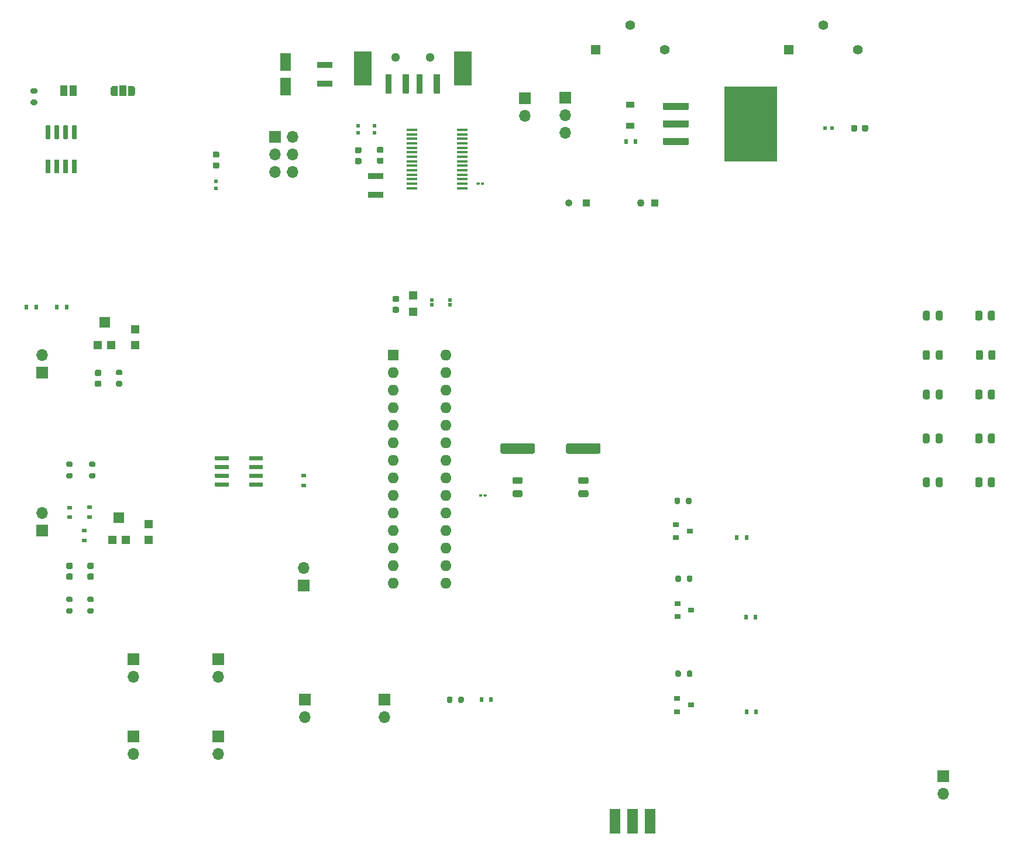
<source format=gts>
G04 #@! TF.GenerationSoftware,KiCad,Pcbnew,(5.1.12-1-10_14)*
G04 #@! TF.CreationDate,2021-12-30T10:25:41+00:00*
G04 #@! TF.ProjectId,TICAF_v1,54494341-465f-4763-912e-6b696361645f,rev?*
G04 #@! TF.SameCoordinates,Original*
G04 #@! TF.FileFunction,Soldermask,Top*
G04 #@! TF.FilePolarity,Negative*
%FSLAX46Y46*%
G04 Gerber Fmt 4.6, Leading zero omitted, Abs format (unit mm)*
G04 Created by KiCad (PCBNEW (5.1.12-1-10_14)) date 2021-12-30 10:25:41*
%MOMM*%
%LPD*%
G01*
G04 APERTURE LIST*
%ADD10R,0.600000X0.700000*%
%ADD11R,0.900000X0.800000*%
%ADD12O,1.700000X1.700000*%
%ADD13R,1.700000X1.700000*%
%ADD14R,0.550000X0.550000*%
%ADD15R,1.500000X0.400000*%
%ADD16R,7.620000X10.840000*%
%ADD17O,1.600000X1.600000*%
%ADD18R,1.600000X1.600000*%
%ADD19R,1.150000X1.150000*%
%ADD20R,1.600000X1.500000*%
%ADD21R,1.200000X1.200000*%
%ADD22R,0.500000X0.475000*%
%ADD23R,0.475000X0.500000*%
%ADD24R,1.000000X1.500000*%
%ADD25C,0.100000*%
%ADD26R,1.524000X3.524000*%
%ADD27C,1.408000*%
%ADD28R,1.408000X1.408000*%
%ADD29R,2.500000X5.000000*%
%ADD30C,1.300000*%
%ADD31R,0.700000X0.600000*%
%ADD32R,1.200000X0.850000*%
%ADD33R,2.300000X0.900000*%
%ADD34R,1.600000X2.500000*%
%ADD35C,1.100000*%
%ADD36R,1.100000X1.100000*%
%ADD37C,1.050000*%
%ADD38R,1.050000X1.050000*%
G04 APERTURE END LIST*
D10*
X113400000Y-47200000D03*
X114800000Y-47200000D03*
D11*
X122620000Y-103600000D03*
X120620000Y-104550000D03*
X120620000Y-102650000D03*
X122810000Y-128770000D03*
X120810000Y-129720000D03*
X120810000Y-127820000D03*
X122850000Y-115010000D03*
X120850000Y-115960000D03*
X120850000Y-114060000D03*
D12*
X78450000Y-130530000D03*
D13*
X78450000Y-127990000D03*
D12*
X42120000Y-135850000D03*
D13*
X42120000Y-133310000D03*
D12*
X66910000Y-130480000D03*
D13*
X66910000Y-127940000D03*
D12*
X54430000Y-135830000D03*
D13*
X54430000Y-133290000D03*
D12*
X54430000Y-124650000D03*
D13*
X54430000Y-122110000D03*
D12*
X42110000Y-124640000D03*
D13*
X42110000Y-122100000D03*
D12*
X66750000Y-108890000D03*
D13*
X66750000Y-111430000D03*
D14*
X87931000Y-70855500D03*
X87931000Y-70105500D03*
X85281000Y-70855500D03*
X85281000Y-70105500D03*
G36*
G01*
X104734000Y-92098600D02*
X104734000Y-91162400D01*
G75*
G02*
X105020900Y-90875500I286900J0D01*
G01*
X109457100Y-90875500D01*
G75*
G02*
X109744000Y-91162400I0J-286900D01*
G01*
X109744000Y-92098600D01*
G75*
G02*
X109457100Y-92385500I-286900J0D01*
G01*
X105020900Y-92385500D01*
G75*
G02*
X104734000Y-92098600I0J286900D01*
G01*
G37*
G36*
G01*
X95234000Y-92098600D02*
X95234000Y-91162400D01*
G75*
G02*
X95520900Y-90875500I286900J0D01*
G01*
X99957100Y-90875500D01*
G75*
G02*
X100244000Y-91162400I0J-286900D01*
G01*
X100244000Y-92098600D01*
G75*
G02*
X99957100Y-92385500I-286900J0D01*
G01*
X95520900Y-92385500D01*
G75*
G02*
X95234000Y-92098600I0J286900D01*
G01*
G37*
G36*
G01*
X58889000Y-93285500D02*
X58889000Y-92769500D01*
G75*
G02*
X58931000Y-92727500I42000J0D01*
G01*
X60817000Y-92727500D01*
G75*
G02*
X60859000Y-92769500I0J-42000D01*
G01*
X60859000Y-93285500D01*
G75*
G02*
X60817000Y-93327500I-42000J0D01*
G01*
X58931000Y-93327500D01*
G75*
G02*
X58889000Y-93285500I0J42000D01*
G01*
G37*
G36*
G01*
X58889000Y-94555500D02*
X58889000Y-94039500D01*
G75*
G02*
X58931000Y-93997500I42000J0D01*
G01*
X60817000Y-93997500D01*
G75*
G02*
X60859000Y-94039500I0J-42000D01*
G01*
X60859000Y-94555500D01*
G75*
G02*
X60817000Y-94597500I-42000J0D01*
G01*
X58931000Y-94597500D01*
G75*
G02*
X58889000Y-94555500I0J42000D01*
G01*
G37*
G36*
G01*
X58889000Y-95825500D02*
X58889000Y-95309500D01*
G75*
G02*
X58931000Y-95267500I42000J0D01*
G01*
X60817000Y-95267500D01*
G75*
G02*
X60859000Y-95309500I0J-42000D01*
G01*
X60859000Y-95825500D01*
G75*
G02*
X60817000Y-95867500I-42000J0D01*
G01*
X58931000Y-95867500D01*
G75*
G02*
X58889000Y-95825500I0J42000D01*
G01*
G37*
G36*
G01*
X58889000Y-97095500D02*
X58889000Y-96579500D01*
G75*
G02*
X58931000Y-96537500I42000J0D01*
G01*
X60817000Y-96537500D01*
G75*
G02*
X60859000Y-96579500I0J-42000D01*
G01*
X60859000Y-97095500D01*
G75*
G02*
X60817000Y-97137500I-42000J0D01*
G01*
X58931000Y-97137500D01*
G75*
G02*
X58889000Y-97095500I0J42000D01*
G01*
G37*
G36*
G01*
X53949000Y-97095500D02*
X53949000Y-96579500D01*
G75*
G02*
X53991000Y-96537500I42000J0D01*
G01*
X55877000Y-96537500D01*
G75*
G02*
X55919000Y-96579500I0J-42000D01*
G01*
X55919000Y-97095500D01*
G75*
G02*
X55877000Y-97137500I-42000J0D01*
G01*
X53991000Y-97137500D01*
G75*
G02*
X53949000Y-97095500I0J42000D01*
G01*
G37*
G36*
G01*
X53949000Y-95825500D02*
X53949000Y-95309500D01*
G75*
G02*
X53991000Y-95267500I42000J0D01*
G01*
X55877000Y-95267500D01*
G75*
G02*
X55919000Y-95309500I0J-42000D01*
G01*
X55919000Y-95825500D01*
G75*
G02*
X55877000Y-95867500I-42000J0D01*
G01*
X53991000Y-95867500D01*
G75*
G02*
X53949000Y-95825500I0J42000D01*
G01*
G37*
G36*
G01*
X53949000Y-94555500D02*
X53949000Y-94039500D01*
G75*
G02*
X53991000Y-93997500I42000J0D01*
G01*
X55877000Y-93997500D01*
G75*
G02*
X55919000Y-94039500I0J-42000D01*
G01*
X55919000Y-94555500D01*
G75*
G02*
X55877000Y-94597500I-42000J0D01*
G01*
X53991000Y-94597500D01*
G75*
G02*
X53949000Y-94555500I0J42000D01*
G01*
G37*
G36*
G01*
X53949000Y-93285500D02*
X53949000Y-92769500D01*
G75*
G02*
X53991000Y-92727500I42000J0D01*
G01*
X55877000Y-92727500D01*
G75*
G02*
X55919000Y-92769500I0J-42000D01*
G01*
X55919000Y-93285500D01*
G75*
G02*
X55877000Y-93327500I-42000J0D01*
G01*
X53991000Y-93327500D01*
G75*
G02*
X53949000Y-93285500I0J42000D01*
G01*
G37*
G36*
G01*
X33333500Y-49808500D02*
X33849500Y-49808500D01*
G75*
G02*
X33891500Y-49850500I0J-42000D01*
G01*
X33891500Y-51736500D01*
G75*
G02*
X33849500Y-51778500I-42000J0D01*
G01*
X33333500Y-51778500D01*
G75*
G02*
X33291500Y-51736500I0J42000D01*
G01*
X33291500Y-49850500D01*
G75*
G02*
X33333500Y-49808500I42000J0D01*
G01*
G37*
G36*
G01*
X32063500Y-49808500D02*
X32579500Y-49808500D01*
G75*
G02*
X32621500Y-49850500I0J-42000D01*
G01*
X32621500Y-51736500D01*
G75*
G02*
X32579500Y-51778500I-42000J0D01*
G01*
X32063500Y-51778500D01*
G75*
G02*
X32021500Y-51736500I0J42000D01*
G01*
X32021500Y-49850500D01*
G75*
G02*
X32063500Y-49808500I42000J0D01*
G01*
G37*
G36*
G01*
X30793500Y-49808500D02*
X31309500Y-49808500D01*
G75*
G02*
X31351500Y-49850500I0J-42000D01*
G01*
X31351500Y-51736500D01*
G75*
G02*
X31309500Y-51778500I-42000J0D01*
G01*
X30793500Y-51778500D01*
G75*
G02*
X30751500Y-51736500I0J42000D01*
G01*
X30751500Y-49850500D01*
G75*
G02*
X30793500Y-49808500I42000J0D01*
G01*
G37*
G36*
G01*
X29523500Y-49808500D02*
X30039500Y-49808500D01*
G75*
G02*
X30081500Y-49850500I0J-42000D01*
G01*
X30081500Y-51736500D01*
G75*
G02*
X30039500Y-51778500I-42000J0D01*
G01*
X29523500Y-51778500D01*
G75*
G02*
X29481500Y-51736500I0J42000D01*
G01*
X29481500Y-49850500D01*
G75*
G02*
X29523500Y-49808500I42000J0D01*
G01*
G37*
G36*
G01*
X29523500Y-44868500D02*
X30039500Y-44868500D01*
G75*
G02*
X30081500Y-44910500I0J-42000D01*
G01*
X30081500Y-46796500D01*
G75*
G02*
X30039500Y-46838500I-42000J0D01*
G01*
X29523500Y-46838500D01*
G75*
G02*
X29481500Y-46796500I0J42000D01*
G01*
X29481500Y-44910500D01*
G75*
G02*
X29523500Y-44868500I42000J0D01*
G01*
G37*
G36*
G01*
X30793500Y-44868500D02*
X31309500Y-44868500D01*
G75*
G02*
X31351500Y-44910500I0J-42000D01*
G01*
X31351500Y-46796500D01*
G75*
G02*
X31309500Y-46838500I-42000J0D01*
G01*
X30793500Y-46838500D01*
G75*
G02*
X30751500Y-46796500I0J42000D01*
G01*
X30751500Y-44910500D01*
G75*
G02*
X30793500Y-44868500I42000J0D01*
G01*
G37*
G36*
G01*
X32063500Y-44868500D02*
X32579500Y-44868500D01*
G75*
G02*
X32621500Y-44910500I0J-42000D01*
G01*
X32621500Y-46796500D01*
G75*
G02*
X32579500Y-46838500I-42000J0D01*
G01*
X32063500Y-46838500D01*
G75*
G02*
X32021500Y-46796500I0J42000D01*
G01*
X32021500Y-44910500D01*
G75*
G02*
X32063500Y-44868500I42000J0D01*
G01*
G37*
G36*
G01*
X33333500Y-44868500D02*
X33849500Y-44868500D01*
G75*
G02*
X33891500Y-44910500I0J-42000D01*
G01*
X33891500Y-46796500D01*
G75*
G02*
X33849500Y-46838500I-42000J0D01*
G01*
X33333500Y-46838500D01*
G75*
G02*
X33291500Y-46796500I0J42000D01*
G01*
X33291500Y-44910500D01*
G75*
G02*
X33333500Y-44868500I42000J0D01*
G01*
G37*
D15*
X82481000Y-53945500D03*
X82481000Y-53295500D03*
X82481000Y-52645500D03*
X82481000Y-51995500D03*
X82481000Y-51345500D03*
X82481000Y-50695500D03*
X82481000Y-50045500D03*
X82481000Y-49395500D03*
X82481000Y-48745500D03*
X82481000Y-48095500D03*
X82481000Y-47445500D03*
X82481000Y-46795500D03*
X82481000Y-46145500D03*
X82481000Y-45495500D03*
X89731000Y-45495500D03*
X89731000Y-46145500D03*
X89731000Y-46795500D03*
X89731000Y-47445500D03*
X89731000Y-48095500D03*
X89731000Y-48745500D03*
X89731000Y-49395500D03*
X89731000Y-50045500D03*
X89731000Y-50695500D03*
X89731000Y-51345500D03*
X89731000Y-51995500D03*
X89731000Y-52645500D03*
X89731000Y-53295500D03*
X89731000Y-53945500D03*
D16*
X131505400Y-44640500D03*
G36*
G01*
X118730400Y-47556700D02*
X118730400Y-46804300D01*
G75*
G02*
X118849200Y-46685500I118800J0D01*
G01*
X122401600Y-46685500D01*
G75*
G02*
X122520400Y-46804300I0J-118800D01*
G01*
X122520400Y-47556700D01*
G75*
G02*
X122401600Y-47675500I-118800J0D01*
G01*
X118849200Y-47675500D01*
G75*
G02*
X118730400Y-47556700I0J118800D01*
G01*
G37*
G36*
G01*
X118730400Y-45016700D02*
X118730400Y-44264300D01*
G75*
G02*
X118849200Y-44145500I118800J0D01*
G01*
X122401600Y-44145500D01*
G75*
G02*
X122520400Y-44264300I0J-118800D01*
G01*
X122520400Y-45016700D01*
G75*
G02*
X122401600Y-45135500I-118800J0D01*
G01*
X118849200Y-45135500D01*
G75*
G02*
X118730400Y-45016700I0J118800D01*
G01*
G37*
G36*
G01*
X118730400Y-42476700D02*
X118730400Y-41724300D01*
G75*
G02*
X118849200Y-41605500I118800J0D01*
G01*
X122401600Y-41605500D01*
G75*
G02*
X122520400Y-41724300I0J-118800D01*
G01*
X122520400Y-42476700D01*
G75*
G02*
X122401600Y-42595500I-118800J0D01*
G01*
X118849200Y-42595500D01*
G75*
G02*
X118730400Y-42476700I0J118800D01*
G01*
G37*
D17*
X87366000Y-78130500D03*
X79746000Y-111150500D03*
X87366000Y-80670500D03*
X79746000Y-108610500D03*
X87366000Y-83210500D03*
X79746000Y-106070500D03*
X87366000Y-85750500D03*
X79746000Y-103530500D03*
X87366000Y-88290500D03*
X79746000Y-100990500D03*
X87366000Y-90830500D03*
X79746000Y-98450500D03*
X87366000Y-93370500D03*
X79746000Y-95910500D03*
X87366000Y-95910500D03*
X79746000Y-93370500D03*
X87366000Y-98450500D03*
X79746000Y-90830500D03*
X87366000Y-100990500D03*
X79746000Y-88290500D03*
X87366000Y-103530500D03*
X79746000Y-85750500D03*
X87366000Y-106070500D03*
X79746000Y-83210500D03*
X87366000Y-108610500D03*
X79746000Y-80670500D03*
X87366000Y-111150500D03*
D18*
X79746000Y-78130500D03*
D12*
X28956000Y-100965000D03*
D13*
X28956000Y-103505000D03*
G36*
G01*
X27474500Y-41128000D02*
X28024500Y-41128000D01*
G75*
G02*
X28224500Y-41328000I0J-200000D01*
G01*
X28224500Y-41728000D01*
G75*
G02*
X28024500Y-41928000I-200000J0D01*
G01*
X27474500Y-41928000D01*
G75*
G02*
X27274500Y-41728000I0J200000D01*
G01*
X27274500Y-41328000D01*
G75*
G02*
X27474500Y-41128000I200000J0D01*
G01*
G37*
G36*
G01*
X27474500Y-39478000D02*
X28024500Y-39478000D01*
G75*
G02*
X28224500Y-39678000I0J-200000D01*
G01*
X28224500Y-40078000D01*
G75*
G02*
X28024500Y-40278000I-200000J0D01*
G01*
X27474500Y-40278000D01*
G75*
G02*
X27274500Y-40078000I0J200000D01*
G01*
X27274500Y-39678000D01*
G75*
G02*
X27474500Y-39478000I200000J0D01*
G01*
G37*
G36*
G01*
X122090000Y-99485000D02*
X122090000Y-98935000D01*
G75*
G02*
X122290000Y-98735000I200000J0D01*
G01*
X122690000Y-98735000D01*
G75*
G02*
X122890000Y-98935000I0J-200000D01*
G01*
X122890000Y-99485000D01*
G75*
G02*
X122690000Y-99685000I-200000J0D01*
G01*
X122290000Y-99685000D01*
G75*
G02*
X122090000Y-99485000I0J200000D01*
G01*
G37*
G36*
G01*
X120440000Y-99485000D02*
X120440000Y-98935000D01*
G75*
G02*
X120640000Y-98735000I200000J0D01*
G01*
X121040000Y-98735000D01*
G75*
G02*
X121240000Y-98935000I0J-200000D01*
G01*
X121240000Y-99485000D01*
G75*
G02*
X121040000Y-99685000I-200000J0D01*
G01*
X120640000Y-99685000D01*
G75*
G02*
X120440000Y-99485000I0J200000D01*
G01*
G37*
G36*
G01*
X89140000Y-128265000D02*
X89140000Y-127715000D01*
G75*
G02*
X89340000Y-127515000I200000J0D01*
G01*
X89740000Y-127515000D01*
G75*
G02*
X89940000Y-127715000I0J-200000D01*
G01*
X89940000Y-128265000D01*
G75*
G02*
X89740000Y-128465000I-200000J0D01*
G01*
X89340000Y-128465000D01*
G75*
G02*
X89140000Y-128265000I0J200000D01*
G01*
G37*
G36*
G01*
X87490000Y-128265000D02*
X87490000Y-127715000D01*
G75*
G02*
X87690000Y-127515000I200000J0D01*
G01*
X88090000Y-127515000D01*
G75*
G02*
X88290000Y-127715000I0J-200000D01*
G01*
X88290000Y-128265000D01*
G75*
G02*
X88090000Y-128465000I-200000J0D01*
G01*
X87690000Y-128465000D01*
G75*
G02*
X87490000Y-128265000I0J200000D01*
G01*
G37*
G36*
G01*
X122220000Y-110745000D02*
X122220000Y-110195000D01*
G75*
G02*
X122420000Y-109995000I200000J0D01*
G01*
X122820000Y-109995000D01*
G75*
G02*
X123020000Y-110195000I0J-200000D01*
G01*
X123020000Y-110745000D01*
G75*
G02*
X122820000Y-110945000I-200000J0D01*
G01*
X122420000Y-110945000D01*
G75*
G02*
X122220000Y-110745000I0J200000D01*
G01*
G37*
G36*
G01*
X120570000Y-110745000D02*
X120570000Y-110195000D01*
G75*
G02*
X120770000Y-109995000I200000J0D01*
G01*
X121170000Y-109995000D01*
G75*
G02*
X121370000Y-110195000I0J-200000D01*
G01*
X121370000Y-110745000D01*
G75*
G02*
X121170000Y-110945000I-200000J0D01*
G01*
X120770000Y-110945000D01*
G75*
G02*
X120570000Y-110745000I0J200000D01*
G01*
G37*
G36*
G01*
X122200000Y-124505000D02*
X122200000Y-123955000D01*
G75*
G02*
X122400000Y-123755000I200000J0D01*
G01*
X122800000Y-123755000D01*
G75*
G02*
X123000000Y-123955000I0J-200000D01*
G01*
X123000000Y-124505000D01*
G75*
G02*
X122800000Y-124705000I-200000J0D01*
G01*
X122400000Y-124705000D01*
G75*
G02*
X122200000Y-124505000I0J200000D01*
G01*
G37*
G36*
G01*
X120550000Y-124505000D02*
X120550000Y-123955000D01*
G75*
G02*
X120750000Y-123755000I200000J0D01*
G01*
X121150000Y-123755000D01*
G75*
G02*
X121350000Y-123955000I0J-200000D01*
G01*
X121350000Y-124505000D01*
G75*
G02*
X121150000Y-124705000I-200000J0D01*
G01*
X120750000Y-124705000D01*
G75*
G02*
X120550000Y-124505000I0J200000D01*
G01*
G37*
D19*
X42418000Y-76708000D03*
X42418000Y-74358000D03*
D20*
X37957000Y-73394500D03*
D21*
X38957000Y-76644500D03*
X36957000Y-76644500D03*
G36*
G01*
X40343500Y-81020500D02*
X39793500Y-81020500D01*
G75*
G02*
X39593500Y-80820500I0J200000D01*
G01*
X39593500Y-80420500D01*
G75*
G02*
X39793500Y-80220500I200000J0D01*
G01*
X40343500Y-80220500D01*
G75*
G02*
X40543500Y-80420500I0J-200000D01*
G01*
X40543500Y-80820500D01*
G75*
G02*
X40343500Y-81020500I-200000J0D01*
G01*
G37*
G36*
G01*
X40343500Y-82670500D02*
X39793500Y-82670500D01*
G75*
G02*
X39593500Y-82470500I0J200000D01*
G01*
X39593500Y-82070500D01*
G75*
G02*
X39793500Y-81870500I200000J0D01*
G01*
X40343500Y-81870500D01*
G75*
G02*
X40543500Y-82070500I0J-200000D01*
G01*
X40543500Y-82470500D01*
G75*
G02*
X40343500Y-82670500I-200000J0D01*
G01*
G37*
G36*
G01*
X32618000Y-114724500D02*
X33168000Y-114724500D01*
G75*
G02*
X33368000Y-114924500I0J-200000D01*
G01*
X33368000Y-115324500D01*
G75*
G02*
X33168000Y-115524500I-200000J0D01*
G01*
X32618000Y-115524500D01*
G75*
G02*
X32418000Y-115324500I0J200000D01*
G01*
X32418000Y-114924500D01*
G75*
G02*
X32618000Y-114724500I200000J0D01*
G01*
G37*
G36*
G01*
X32618000Y-113074500D02*
X33168000Y-113074500D01*
G75*
G02*
X33368000Y-113274500I0J-200000D01*
G01*
X33368000Y-113674500D01*
G75*
G02*
X33168000Y-113874500I-200000J0D01*
G01*
X32618000Y-113874500D01*
G75*
G02*
X32418000Y-113674500I0J200000D01*
G01*
X32418000Y-113274500D01*
G75*
G02*
X32618000Y-113074500I200000J0D01*
G01*
G37*
D19*
X44323000Y-104902000D03*
X44323000Y-102552000D03*
G36*
G01*
X35666000Y-114725500D02*
X36216000Y-114725500D01*
G75*
G02*
X36416000Y-114925500I0J-200000D01*
G01*
X36416000Y-115325500D01*
G75*
G02*
X36216000Y-115525500I-200000J0D01*
G01*
X35666000Y-115525500D01*
G75*
G02*
X35466000Y-115325500I0J200000D01*
G01*
X35466000Y-114925500D01*
G75*
G02*
X35666000Y-114725500I200000J0D01*
G01*
G37*
G36*
G01*
X35666000Y-113075500D02*
X36216000Y-113075500D01*
G75*
G02*
X36416000Y-113275500I0J-200000D01*
G01*
X36416000Y-113675500D01*
G75*
G02*
X36216000Y-113875500I-200000J0D01*
G01*
X35666000Y-113875500D01*
G75*
G02*
X35466000Y-113675500I0J200000D01*
G01*
X35466000Y-113275500D01*
G75*
G02*
X35666000Y-113075500I200000J0D01*
G01*
G37*
G36*
G01*
X33168000Y-94317500D02*
X32618000Y-94317500D01*
G75*
G02*
X32418000Y-94117500I0J200000D01*
G01*
X32418000Y-93717500D01*
G75*
G02*
X32618000Y-93517500I200000J0D01*
G01*
X33168000Y-93517500D01*
G75*
G02*
X33368000Y-93717500I0J-200000D01*
G01*
X33368000Y-94117500D01*
G75*
G02*
X33168000Y-94317500I-200000J0D01*
G01*
G37*
G36*
G01*
X33168000Y-95967500D02*
X32618000Y-95967500D01*
G75*
G02*
X32418000Y-95767500I0J200000D01*
G01*
X32418000Y-95367500D01*
G75*
G02*
X32618000Y-95167500I200000J0D01*
G01*
X33168000Y-95167500D01*
G75*
G02*
X33368000Y-95367500I0J-200000D01*
G01*
X33368000Y-95767500D01*
G75*
G02*
X33168000Y-95967500I-200000J0D01*
G01*
G37*
G36*
G01*
X36470000Y-94316500D02*
X35920000Y-94316500D01*
G75*
G02*
X35720000Y-94116500I0J200000D01*
G01*
X35720000Y-93716500D01*
G75*
G02*
X35920000Y-93516500I200000J0D01*
G01*
X36470000Y-93516500D01*
G75*
G02*
X36670000Y-93716500I0J-200000D01*
G01*
X36670000Y-94116500D01*
G75*
G02*
X36470000Y-94316500I-200000J0D01*
G01*
G37*
G36*
G01*
X36470000Y-95966500D02*
X35920000Y-95966500D01*
G75*
G02*
X35720000Y-95766500I0J200000D01*
G01*
X35720000Y-95366500D01*
G75*
G02*
X35920000Y-95166500I200000J0D01*
G01*
X36470000Y-95166500D01*
G75*
G02*
X36670000Y-95366500I0J-200000D01*
G01*
X36670000Y-95766500D01*
G75*
G02*
X36470000Y-95966500I-200000J0D01*
G01*
G37*
D20*
X40052500Y-101652000D03*
D21*
X41052500Y-104902000D03*
X39052500Y-104902000D03*
G36*
G01*
X164977500Y-96069998D02*
X164977500Y-96970002D01*
G75*
G02*
X164727502Y-97220000I-249998J0D01*
G01*
X164202498Y-97220000D01*
G75*
G02*
X163952500Y-96970002I0J249998D01*
G01*
X163952500Y-96069998D01*
G75*
G02*
X164202498Y-95820000I249998J0D01*
G01*
X164727502Y-95820000D01*
G75*
G02*
X164977500Y-96069998I0J-249998D01*
G01*
G37*
G36*
G01*
X166802500Y-96069998D02*
X166802500Y-96970002D01*
G75*
G02*
X166552502Y-97220000I-249998J0D01*
G01*
X166027498Y-97220000D01*
G75*
G02*
X165777500Y-96970002I0J249998D01*
G01*
X165777500Y-96069998D01*
G75*
G02*
X166027498Y-95820000I249998J0D01*
G01*
X166552502Y-95820000D01*
G75*
G02*
X166802500Y-96069998I0J-249998D01*
G01*
G37*
G36*
G01*
X164977500Y-89719998D02*
X164977500Y-90620002D01*
G75*
G02*
X164727502Y-90870000I-249998J0D01*
G01*
X164202498Y-90870000D01*
G75*
G02*
X163952500Y-90620002I0J249998D01*
G01*
X163952500Y-89719998D01*
G75*
G02*
X164202498Y-89470000I249998J0D01*
G01*
X164727502Y-89470000D01*
G75*
G02*
X164977500Y-89719998I0J-249998D01*
G01*
G37*
G36*
G01*
X166802500Y-89719998D02*
X166802500Y-90620002D01*
G75*
G02*
X166552502Y-90870000I-249998J0D01*
G01*
X166027498Y-90870000D01*
G75*
G02*
X165777500Y-90620002I0J249998D01*
G01*
X165777500Y-89719998D01*
G75*
G02*
X166027498Y-89470000I249998J0D01*
G01*
X166552502Y-89470000D01*
G75*
G02*
X166802500Y-89719998I0J-249998D01*
G01*
G37*
G36*
G01*
X164977500Y-83369998D02*
X164977500Y-84270002D01*
G75*
G02*
X164727502Y-84520000I-249998J0D01*
G01*
X164202498Y-84520000D01*
G75*
G02*
X163952500Y-84270002I0J249998D01*
G01*
X163952500Y-83369998D01*
G75*
G02*
X164202498Y-83120000I249998J0D01*
G01*
X164727502Y-83120000D01*
G75*
G02*
X164977500Y-83369998I0J-249998D01*
G01*
G37*
G36*
G01*
X166802500Y-83369998D02*
X166802500Y-84270002D01*
G75*
G02*
X166552502Y-84520000I-249998J0D01*
G01*
X166027498Y-84520000D01*
G75*
G02*
X165777500Y-84270002I0J249998D01*
G01*
X165777500Y-83369998D01*
G75*
G02*
X166027498Y-83120000I249998J0D01*
G01*
X166552502Y-83120000D01*
G75*
G02*
X166802500Y-83369998I0J-249998D01*
G01*
G37*
G36*
G01*
X165057500Y-77654998D02*
X165057500Y-78555002D01*
G75*
G02*
X164807502Y-78805000I-249998J0D01*
G01*
X164282498Y-78805000D01*
G75*
G02*
X164032500Y-78555002I0J249998D01*
G01*
X164032500Y-77654998D01*
G75*
G02*
X164282498Y-77405000I249998J0D01*
G01*
X164807502Y-77405000D01*
G75*
G02*
X165057500Y-77654998I0J-249998D01*
G01*
G37*
G36*
G01*
X166882500Y-77654998D02*
X166882500Y-78555002D01*
G75*
G02*
X166632502Y-78805000I-249998J0D01*
G01*
X166107498Y-78805000D01*
G75*
G02*
X165857500Y-78555002I0J249998D01*
G01*
X165857500Y-77654998D01*
G75*
G02*
X166107498Y-77405000I249998J0D01*
G01*
X166632502Y-77405000D01*
G75*
G02*
X166882500Y-77654998I0J-249998D01*
G01*
G37*
G36*
G01*
X164977500Y-71939998D02*
X164977500Y-72840002D01*
G75*
G02*
X164727502Y-73090000I-249998J0D01*
G01*
X164202498Y-73090000D01*
G75*
G02*
X163952500Y-72840002I0J249998D01*
G01*
X163952500Y-71939998D01*
G75*
G02*
X164202498Y-71690000I249998J0D01*
G01*
X164727502Y-71690000D01*
G75*
G02*
X164977500Y-71939998I0J-249998D01*
G01*
G37*
G36*
G01*
X166802500Y-71939998D02*
X166802500Y-72840002D01*
G75*
G02*
X166552502Y-73090000I-249998J0D01*
G01*
X166027498Y-73090000D01*
G75*
G02*
X165777500Y-72840002I0J249998D01*
G01*
X165777500Y-71939998D01*
G75*
G02*
X166027498Y-71690000I249998J0D01*
G01*
X166552502Y-71690000D01*
G75*
G02*
X166802500Y-71939998I0J-249998D01*
G01*
G37*
D22*
X54102000Y-53979000D03*
X54102000Y-52955000D03*
X74676000Y-45910500D03*
X74676000Y-44886500D03*
X77050900Y-44928600D03*
X77050900Y-45952600D03*
D23*
X143256000Y-45275500D03*
X142232000Y-45275500D03*
D19*
X82606000Y-71830500D03*
X82606000Y-69480500D03*
D12*
X159290000Y-141590000D03*
D13*
X159290000Y-139050000D03*
D24*
X40610000Y-39878000D03*
D25*
G36*
X39310000Y-40627398D02*
G01*
X39285466Y-40627398D01*
X39236635Y-40622588D01*
X39188510Y-40613016D01*
X39141555Y-40598772D01*
X39096222Y-40579995D01*
X39052949Y-40556864D01*
X39012150Y-40529604D01*
X38974221Y-40498476D01*
X38939524Y-40463779D01*
X38908396Y-40425850D01*
X38881136Y-40385051D01*
X38858005Y-40341778D01*
X38839228Y-40296445D01*
X38824984Y-40249490D01*
X38815412Y-40201365D01*
X38810602Y-40152534D01*
X38810602Y-40128000D01*
X38810000Y-40128000D01*
X38810000Y-39628000D01*
X38810602Y-39628000D01*
X38810602Y-39603466D01*
X38815412Y-39554635D01*
X38824984Y-39506510D01*
X38839228Y-39459555D01*
X38858005Y-39414222D01*
X38881136Y-39370949D01*
X38908396Y-39330150D01*
X38939524Y-39292221D01*
X38974221Y-39257524D01*
X39012150Y-39226396D01*
X39052949Y-39199136D01*
X39096222Y-39176005D01*
X39141555Y-39157228D01*
X39188510Y-39142984D01*
X39236635Y-39133412D01*
X39285466Y-39128602D01*
X39310000Y-39128602D01*
X39310000Y-39128000D01*
X39860000Y-39128000D01*
X39860000Y-40628000D01*
X39310000Y-40628000D01*
X39310000Y-40627398D01*
G37*
G36*
X41360000Y-39128000D02*
G01*
X41910000Y-39128000D01*
X41910000Y-39128602D01*
X41934534Y-39128602D01*
X41983365Y-39133412D01*
X42031490Y-39142984D01*
X42078445Y-39157228D01*
X42123778Y-39176005D01*
X42167051Y-39199136D01*
X42207850Y-39226396D01*
X42245779Y-39257524D01*
X42280476Y-39292221D01*
X42311604Y-39330150D01*
X42338864Y-39370949D01*
X42361995Y-39414222D01*
X42380772Y-39459555D01*
X42395016Y-39506510D01*
X42404588Y-39554635D01*
X42409398Y-39603466D01*
X42409398Y-39628000D01*
X42410000Y-39628000D01*
X42410000Y-40128000D01*
X42409398Y-40128000D01*
X42409398Y-40152534D01*
X42404588Y-40201365D01*
X42395016Y-40249490D01*
X42380772Y-40296445D01*
X42361995Y-40341778D01*
X42338864Y-40385051D01*
X42311604Y-40425850D01*
X42280476Y-40463779D01*
X42245779Y-40498476D01*
X42207850Y-40529604D01*
X42167051Y-40556864D01*
X42123778Y-40579995D01*
X42078445Y-40598772D01*
X42031490Y-40613016D01*
X41983365Y-40622588D01*
X41934534Y-40627398D01*
X41910000Y-40627398D01*
X41910000Y-40628000D01*
X41360000Y-40628000D01*
X41360000Y-39128000D01*
G37*
D24*
X33401000Y-39878000D03*
X32101000Y-39878000D03*
D26*
X116880000Y-145620000D03*
X114340000Y-145620000D03*
X111800000Y-145620000D03*
D27*
X146986000Y-33940500D03*
X141986000Y-30340500D03*
D28*
X136986000Y-33940500D03*
D27*
X119046000Y-33940500D03*
X114046000Y-30340500D03*
D28*
X109046000Y-33940500D03*
D12*
X65151000Y-51625500D03*
X62611000Y-51625500D03*
X65151000Y-49085500D03*
X62611000Y-49085500D03*
X65151000Y-46545500D03*
D13*
X62611000Y-46545500D03*
D12*
X98806000Y-43484800D03*
D13*
X98806000Y-40944800D03*
D29*
X75300000Y-36588500D03*
X89800000Y-36588500D03*
G36*
G01*
X82000000Y-37492500D02*
X82000000Y-40184500D01*
G75*
G02*
X81946000Y-40238500I-54000J0D01*
G01*
X81154000Y-40238500D01*
G75*
G02*
X81100000Y-40184500I0J54000D01*
G01*
X81100000Y-37492500D01*
G75*
G02*
X81154000Y-37438500I54000J0D01*
G01*
X81946000Y-37438500D01*
G75*
G02*
X82000000Y-37492500I0J-54000D01*
G01*
G37*
G36*
G01*
X86500000Y-37492500D02*
X86500000Y-40184500D01*
G75*
G02*
X86446000Y-40238500I-54000J0D01*
G01*
X85654000Y-40238500D01*
G75*
G02*
X85600000Y-40184500I0J54000D01*
G01*
X85600000Y-37492500D01*
G75*
G02*
X85654000Y-37438500I54000J0D01*
G01*
X86446000Y-37438500D01*
G75*
G02*
X86500000Y-37492500I0J-54000D01*
G01*
G37*
G36*
G01*
X84000000Y-37492500D02*
X84000000Y-40184500D01*
G75*
G02*
X83946000Y-40238500I-54000J0D01*
G01*
X83154000Y-40238500D01*
G75*
G02*
X83100000Y-40184500I0J54000D01*
G01*
X83100000Y-37492500D01*
G75*
G02*
X83154000Y-37438500I54000J0D01*
G01*
X83946000Y-37438500D01*
G75*
G02*
X84000000Y-37492500I0J-54000D01*
G01*
G37*
G36*
G01*
X79500000Y-37492500D02*
X79500000Y-40184500D01*
G75*
G02*
X79446000Y-40238500I-54000J0D01*
G01*
X78654000Y-40238500D01*
G75*
G02*
X78600000Y-40184500I0J54000D01*
G01*
X78600000Y-37492500D01*
G75*
G02*
X78654000Y-37438500I54000J0D01*
G01*
X79446000Y-37438500D01*
G75*
G02*
X79500000Y-37492500I0J-54000D01*
G01*
G37*
D30*
X80050000Y-34988500D03*
X85050000Y-34988500D03*
D12*
X104584500Y-45910500D03*
X104584500Y-43370500D03*
D13*
X104584500Y-40830500D03*
D10*
X130860000Y-104550000D03*
X129460000Y-104550000D03*
D31*
X66802000Y-96967500D03*
X66802000Y-95567500D03*
D10*
X92500000Y-127990000D03*
X93900000Y-127990000D03*
X132270000Y-129720000D03*
X130870000Y-129720000D03*
X132160000Y-116000000D03*
X130760000Y-116000000D03*
X32451500Y-71185000D03*
X31051500Y-71185000D03*
X26667000Y-71183500D03*
X28067000Y-71183500D03*
D31*
X35814000Y-100139500D03*
X35814000Y-101539500D03*
X35052000Y-104905000D03*
X35052000Y-103505000D03*
X32893000Y-100200000D03*
X32893000Y-101600000D03*
G36*
G01*
X157362500Y-96063750D02*
X157362500Y-96976250D01*
G75*
G02*
X157118750Y-97220000I-243750J0D01*
G01*
X156631250Y-97220000D01*
G75*
G02*
X156387500Y-96976250I0J243750D01*
G01*
X156387500Y-96063750D01*
G75*
G02*
X156631250Y-95820000I243750J0D01*
G01*
X157118750Y-95820000D01*
G75*
G02*
X157362500Y-96063750I0J-243750D01*
G01*
G37*
G36*
G01*
X159237500Y-96063750D02*
X159237500Y-96976250D01*
G75*
G02*
X158993750Y-97220000I-243750J0D01*
G01*
X158506250Y-97220000D01*
G75*
G02*
X158262500Y-96976250I0J243750D01*
G01*
X158262500Y-96063750D01*
G75*
G02*
X158506250Y-95820000I243750J0D01*
G01*
X158993750Y-95820000D01*
G75*
G02*
X159237500Y-96063750I0J-243750D01*
G01*
G37*
G36*
G01*
X157332500Y-89713750D02*
X157332500Y-90626250D01*
G75*
G02*
X157088750Y-90870000I-243750J0D01*
G01*
X156601250Y-90870000D01*
G75*
G02*
X156357500Y-90626250I0J243750D01*
G01*
X156357500Y-89713750D01*
G75*
G02*
X156601250Y-89470000I243750J0D01*
G01*
X157088750Y-89470000D01*
G75*
G02*
X157332500Y-89713750I0J-243750D01*
G01*
G37*
G36*
G01*
X159207500Y-89713750D02*
X159207500Y-90626250D01*
G75*
G02*
X158963750Y-90870000I-243750J0D01*
G01*
X158476250Y-90870000D01*
G75*
G02*
X158232500Y-90626250I0J243750D01*
G01*
X158232500Y-89713750D01*
G75*
G02*
X158476250Y-89470000I243750J0D01*
G01*
X158963750Y-89470000D01*
G75*
G02*
X159207500Y-89713750I0J-243750D01*
G01*
G37*
G36*
G01*
X157362500Y-83363750D02*
X157362500Y-84276250D01*
G75*
G02*
X157118750Y-84520000I-243750J0D01*
G01*
X156631250Y-84520000D01*
G75*
G02*
X156387500Y-84276250I0J243750D01*
G01*
X156387500Y-83363750D01*
G75*
G02*
X156631250Y-83120000I243750J0D01*
G01*
X157118750Y-83120000D01*
G75*
G02*
X157362500Y-83363750I0J-243750D01*
G01*
G37*
G36*
G01*
X159237500Y-83363750D02*
X159237500Y-84276250D01*
G75*
G02*
X158993750Y-84520000I-243750J0D01*
G01*
X158506250Y-84520000D01*
G75*
G02*
X158262500Y-84276250I0J243750D01*
G01*
X158262500Y-83363750D01*
G75*
G02*
X158506250Y-83120000I243750J0D01*
G01*
X158993750Y-83120000D01*
G75*
G02*
X159237500Y-83363750I0J-243750D01*
G01*
G37*
G36*
G01*
X157362500Y-77648750D02*
X157362500Y-78561250D01*
G75*
G02*
X157118750Y-78805000I-243750J0D01*
G01*
X156631250Y-78805000D01*
G75*
G02*
X156387500Y-78561250I0J243750D01*
G01*
X156387500Y-77648750D01*
G75*
G02*
X156631250Y-77405000I243750J0D01*
G01*
X157118750Y-77405000D01*
G75*
G02*
X157362500Y-77648750I0J-243750D01*
G01*
G37*
G36*
G01*
X159237500Y-77648750D02*
X159237500Y-78561250D01*
G75*
G02*
X158993750Y-78805000I-243750J0D01*
G01*
X158506250Y-78805000D01*
G75*
G02*
X158262500Y-78561250I0J243750D01*
G01*
X158262500Y-77648750D01*
G75*
G02*
X158506250Y-77405000I243750J0D01*
G01*
X158993750Y-77405000D01*
G75*
G02*
X159237500Y-77648750I0J-243750D01*
G01*
G37*
G36*
G01*
X157362500Y-71933750D02*
X157362500Y-72846250D01*
G75*
G02*
X157118750Y-73090000I-243750J0D01*
G01*
X156631250Y-73090000D01*
G75*
G02*
X156387500Y-72846250I0J243750D01*
G01*
X156387500Y-71933750D01*
G75*
G02*
X156631250Y-71690000I243750J0D01*
G01*
X157118750Y-71690000D01*
G75*
G02*
X157362500Y-71933750I0J-243750D01*
G01*
G37*
G36*
G01*
X159237500Y-71933750D02*
X159237500Y-72846250D01*
G75*
G02*
X158993750Y-73090000I-243750J0D01*
G01*
X158506250Y-73090000D01*
G75*
G02*
X158262500Y-72846250I0J243750D01*
G01*
X158262500Y-71933750D01*
G75*
G02*
X158506250Y-71690000I243750J0D01*
G01*
X158993750Y-71690000D01*
G75*
G02*
X159237500Y-71933750I0J-243750D01*
G01*
G37*
G36*
G01*
X54358250Y-49523000D02*
X53845750Y-49523000D01*
G75*
G02*
X53627000Y-49304250I0J218750D01*
G01*
X53627000Y-48866750D01*
G75*
G02*
X53845750Y-48648000I218750J0D01*
G01*
X54358250Y-48648000D01*
G75*
G02*
X54577000Y-48866750I0J-218750D01*
G01*
X54577000Y-49304250D01*
G75*
G02*
X54358250Y-49523000I-218750J0D01*
G01*
G37*
G36*
G01*
X54358250Y-51098000D02*
X53845750Y-51098000D01*
G75*
G02*
X53627000Y-50879250I0J218750D01*
G01*
X53627000Y-50441750D01*
G75*
G02*
X53845750Y-50223000I218750J0D01*
G01*
X54358250Y-50223000D01*
G75*
G02*
X54577000Y-50441750I0J-218750D01*
G01*
X54577000Y-50879250D01*
G75*
G02*
X54358250Y-51098000I-218750J0D01*
G01*
G37*
G36*
G01*
X80362250Y-70418000D02*
X79849750Y-70418000D01*
G75*
G02*
X79631000Y-70199250I0J218750D01*
G01*
X79631000Y-69761750D01*
G75*
G02*
X79849750Y-69543000I218750J0D01*
G01*
X80362250Y-69543000D01*
G75*
G02*
X80581000Y-69761750I0J-218750D01*
G01*
X80581000Y-70199250D01*
G75*
G02*
X80362250Y-70418000I-218750J0D01*
G01*
G37*
G36*
G01*
X80362250Y-71993000D02*
X79849750Y-71993000D01*
G75*
G02*
X79631000Y-71774250I0J218750D01*
G01*
X79631000Y-71336750D01*
G75*
G02*
X79849750Y-71118000I218750J0D01*
G01*
X80362250Y-71118000D01*
G75*
G02*
X80581000Y-71336750I0J-218750D01*
G01*
X80581000Y-71774250D01*
G75*
G02*
X80362250Y-71993000I-218750J0D01*
G01*
G37*
G36*
G01*
X74932250Y-48888000D02*
X74419750Y-48888000D01*
G75*
G02*
X74201000Y-48669250I0J218750D01*
G01*
X74201000Y-48231750D01*
G75*
G02*
X74419750Y-48013000I218750J0D01*
G01*
X74932250Y-48013000D01*
G75*
G02*
X75151000Y-48231750I0J-218750D01*
G01*
X75151000Y-48669250D01*
G75*
G02*
X74932250Y-48888000I-218750J0D01*
G01*
G37*
G36*
G01*
X74932250Y-50463000D02*
X74419750Y-50463000D01*
G75*
G02*
X74201000Y-50244250I0J218750D01*
G01*
X74201000Y-49806750D01*
G75*
G02*
X74419750Y-49588000I218750J0D01*
G01*
X74932250Y-49588000D01*
G75*
G02*
X75151000Y-49806750I0J-218750D01*
G01*
X75151000Y-50244250D01*
G75*
G02*
X74932250Y-50463000I-218750J0D01*
G01*
G37*
G36*
G01*
X78107250Y-48837100D02*
X77594750Y-48837100D01*
G75*
G02*
X77376000Y-48618350I0J218750D01*
G01*
X77376000Y-48180850D01*
G75*
G02*
X77594750Y-47962100I218750J0D01*
G01*
X78107250Y-47962100D01*
G75*
G02*
X78326000Y-48180850I0J-218750D01*
G01*
X78326000Y-48618350D01*
G75*
G02*
X78107250Y-48837100I-218750J0D01*
G01*
G37*
G36*
G01*
X78107250Y-50412100D02*
X77594750Y-50412100D01*
G75*
G02*
X77376000Y-50193350I0J218750D01*
G01*
X77376000Y-49755850D01*
G75*
G02*
X77594750Y-49537100I218750J0D01*
G01*
X78107250Y-49537100D01*
G75*
G02*
X78326000Y-49755850I0J-218750D01*
G01*
X78326000Y-50193350D01*
G75*
G02*
X78107250Y-50412100I-218750J0D01*
G01*
G37*
G36*
G01*
X146868500Y-45019250D02*
X146868500Y-45531750D01*
G75*
G02*
X146649750Y-45750500I-218750J0D01*
G01*
X146212250Y-45750500D01*
G75*
G02*
X145993500Y-45531750I0J218750D01*
G01*
X145993500Y-45019250D01*
G75*
G02*
X146212250Y-44800500I218750J0D01*
G01*
X146649750Y-44800500D01*
G75*
G02*
X146868500Y-45019250I0J-218750D01*
G01*
G37*
G36*
G01*
X148443500Y-45019250D02*
X148443500Y-45531750D01*
G75*
G02*
X148224750Y-45750500I-218750J0D01*
G01*
X147787250Y-45750500D01*
G75*
G02*
X147568500Y-45531750I0J218750D01*
G01*
X147568500Y-45019250D01*
G75*
G02*
X147787250Y-44800500I218750J0D01*
G01*
X148224750Y-44800500D01*
G75*
G02*
X148443500Y-45019250I0J-218750D01*
G01*
G37*
D32*
X114046000Y-44895500D03*
X114046000Y-41845500D03*
G36*
G01*
X36776000Y-81790500D02*
X37276000Y-81790500D01*
G75*
G02*
X37501000Y-82015500I0J-225000D01*
G01*
X37501000Y-82465500D01*
G75*
G02*
X37276000Y-82690500I-225000J0D01*
G01*
X36776000Y-82690500D01*
G75*
G02*
X36551000Y-82465500I0J225000D01*
G01*
X36551000Y-82015500D01*
G75*
G02*
X36776000Y-81790500I225000J0D01*
G01*
G37*
G36*
G01*
X36776000Y-80240500D02*
X37276000Y-80240500D01*
G75*
G02*
X37501000Y-80465500I0J-225000D01*
G01*
X37501000Y-80915500D01*
G75*
G02*
X37276000Y-81140500I-225000J0D01*
G01*
X36776000Y-81140500D01*
G75*
G02*
X36551000Y-80915500I0J225000D01*
G01*
X36551000Y-80465500D01*
G75*
G02*
X36776000Y-80240500I225000J0D01*
G01*
G37*
G36*
G01*
X32643000Y-109722500D02*
X33143000Y-109722500D01*
G75*
G02*
X33368000Y-109947500I0J-225000D01*
G01*
X33368000Y-110397500D01*
G75*
G02*
X33143000Y-110622500I-225000J0D01*
G01*
X32643000Y-110622500D01*
G75*
G02*
X32418000Y-110397500I0J225000D01*
G01*
X32418000Y-109947500D01*
G75*
G02*
X32643000Y-109722500I225000J0D01*
G01*
G37*
G36*
G01*
X32643000Y-108172500D02*
X33143000Y-108172500D01*
G75*
G02*
X33368000Y-108397500I0J-225000D01*
G01*
X33368000Y-108847500D01*
G75*
G02*
X33143000Y-109072500I-225000J0D01*
G01*
X32643000Y-109072500D01*
G75*
G02*
X32418000Y-108847500I0J225000D01*
G01*
X32418000Y-108397500D01*
G75*
G02*
X32643000Y-108172500I225000J0D01*
G01*
G37*
G36*
G01*
X35691000Y-109722500D02*
X36191000Y-109722500D01*
G75*
G02*
X36416000Y-109947500I0J-225000D01*
G01*
X36416000Y-110397500D01*
G75*
G02*
X36191000Y-110622500I-225000J0D01*
G01*
X35691000Y-110622500D01*
G75*
G02*
X35466000Y-110397500I0J225000D01*
G01*
X35466000Y-109947500D01*
G75*
G02*
X35691000Y-109722500I225000J0D01*
G01*
G37*
G36*
G01*
X35691000Y-108172500D02*
X36191000Y-108172500D01*
G75*
G02*
X36416000Y-108397500I0J-225000D01*
G01*
X36416000Y-108847500D01*
G75*
G02*
X36191000Y-109072500I-225000J0D01*
G01*
X35691000Y-109072500D01*
G75*
G02*
X35466000Y-108847500I0J225000D01*
G01*
X35466000Y-108397500D01*
G75*
G02*
X35691000Y-108172500I225000J0D01*
G01*
G37*
G36*
G01*
X92256000Y-53190500D02*
X92256000Y-53390500D01*
G75*
G02*
X92156000Y-53490500I-100000J0D01*
G01*
X91896000Y-53490500D01*
G75*
G02*
X91796000Y-53390500I0J100000D01*
G01*
X91796000Y-53190500D01*
G75*
G02*
X91896000Y-53090500I100000J0D01*
G01*
X92156000Y-53090500D01*
G75*
G02*
X92256000Y-53190500I0J-100000D01*
G01*
G37*
G36*
G01*
X92896000Y-53190500D02*
X92896000Y-53390500D01*
G75*
G02*
X92796000Y-53490500I-100000J0D01*
G01*
X92536000Y-53490500D01*
G75*
G02*
X92436000Y-53390500I0J100000D01*
G01*
X92436000Y-53190500D01*
G75*
G02*
X92536000Y-53090500I100000J0D01*
G01*
X92796000Y-53090500D01*
G75*
G02*
X92896000Y-53190500I0J-100000D01*
G01*
G37*
G36*
G01*
X92802500Y-98525000D02*
X92802500Y-98325000D01*
G75*
G02*
X92902500Y-98225000I100000J0D01*
G01*
X93162500Y-98225000D01*
G75*
G02*
X93262500Y-98325000I0J-100000D01*
G01*
X93262500Y-98525000D01*
G75*
G02*
X93162500Y-98625000I-100000J0D01*
G01*
X92902500Y-98625000D01*
G75*
G02*
X92802500Y-98525000I0J100000D01*
G01*
G37*
G36*
G01*
X92162500Y-98525000D02*
X92162500Y-98325000D01*
G75*
G02*
X92262500Y-98225000I100000J0D01*
G01*
X92522500Y-98225000D01*
G75*
G02*
X92622500Y-98325000I0J-100000D01*
G01*
X92622500Y-98525000D01*
G75*
G02*
X92522500Y-98625000I-100000J0D01*
G01*
X92262500Y-98625000D01*
G75*
G02*
X92162500Y-98525000I0J100000D01*
G01*
G37*
D33*
X77203300Y-54880500D03*
X77203300Y-52180500D03*
D34*
X64135000Y-39215000D03*
X64135000Y-35715000D03*
D33*
X69850000Y-38815000D03*
X69850000Y-36115000D03*
G36*
G01*
X107726500Y-96771000D02*
X106776500Y-96771000D01*
G75*
G02*
X106526500Y-96521000I0J250000D01*
G01*
X106526500Y-96021000D01*
G75*
G02*
X106776500Y-95771000I250000J0D01*
G01*
X107726500Y-95771000D01*
G75*
G02*
X107976500Y-96021000I0J-250000D01*
G01*
X107976500Y-96521000D01*
G75*
G02*
X107726500Y-96771000I-250000J0D01*
G01*
G37*
G36*
G01*
X107726500Y-98671000D02*
X106776500Y-98671000D01*
G75*
G02*
X106526500Y-98421000I0J250000D01*
G01*
X106526500Y-97921000D01*
G75*
G02*
X106776500Y-97671000I250000J0D01*
G01*
X107726500Y-97671000D01*
G75*
G02*
X107976500Y-97921000I0J-250000D01*
G01*
X107976500Y-98421000D01*
G75*
G02*
X107726500Y-98671000I-250000J0D01*
G01*
G37*
G36*
G01*
X98201500Y-96771000D02*
X97251500Y-96771000D01*
G75*
G02*
X97001500Y-96521000I0J250000D01*
G01*
X97001500Y-96021000D01*
G75*
G02*
X97251500Y-95771000I250000J0D01*
G01*
X98201500Y-95771000D01*
G75*
G02*
X98451500Y-96021000I0J-250000D01*
G01*
X98451500Y-96521000D01*
G75*
G02*
X98201500Y-96771000I-250000J0D01*
G01*
G37*
G36*
G01*
X98201500Y-98671000D02*
X97251500Y-98671000D01*
G75*
G02*
X97001500Y-98421000I0J250000D01*
G01*
X97001500Y-97921000D01*
G75*
G02*
X97251500Y-97671000I250000J0D01*
G01*
X98201500Y-97671000D01*
G75*
G02*
X98451500Y-97921000I0J-250000D01*
G01*
X98451500Y-98421000D01*
G75*
G02*
X98201500Y-98671000I-250000J0D01*
G01*
G37*
D35*
X115586000Y-56070500D03*
D36*
X117586000Y-56070500D03*
D37*
X105176000Y-56070500D03*
D38*
X107676000Y-56070500D03*
D12*
X28956000Y-78105000D03*
D13*
X28956000Y-80645000D03*
M02*

</source>
